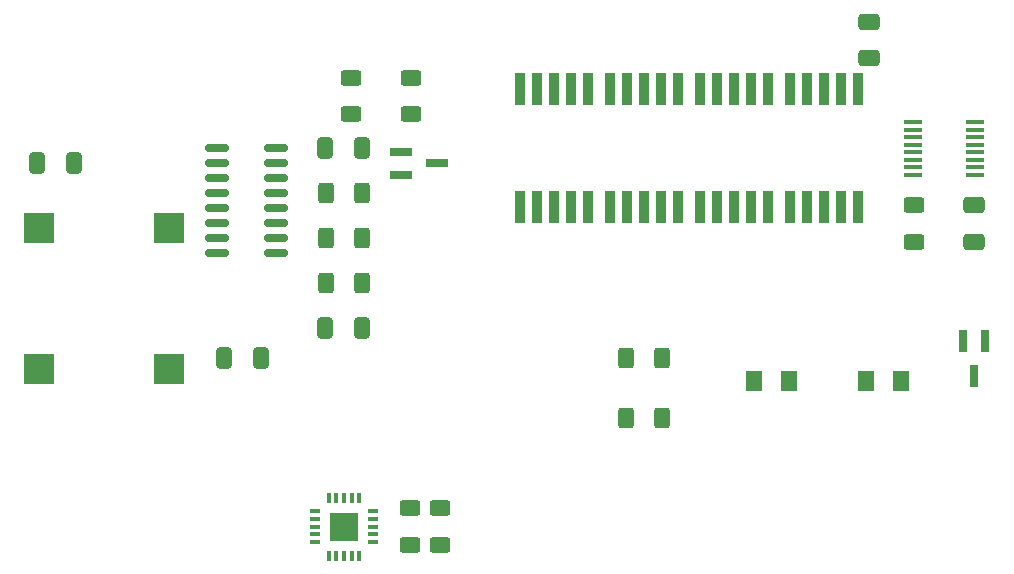
<source format=gbr>
%TF.GenerationSoftware,KiCad,Pcbnew,6.0.4+dfsg-1+b1*%
%TF.CreationDate,2022-04-22T12:30:22-05:00*%
%TF.ProjectId,mqtt-thermocouple,6d717474-2d74-4686-9572-6d6f636f7570,B*%
%TF.SameCoordinates,Original*%
%TF.FileFunction,Paste,Top*%
%TF.FilePolarity,Positive*%
%FSLAX46Y46*%
G04 Gerber Fmt 4.6, Leading zero omitted, Abs format (unit mm)*
G04 Created by KiCad (PCBNEW 6.0.4+dfsg-1+b1) date 2022-04-22 12:30:22*
%MOMM*%
%LPD*%
G01*
G04 APERTURE LIST*
G04 Aperture macros list*
%AMRoundRect*
0 Rectangle with rounded corners*
0 $1 Rounding radius*
0 $2 $3 $4 $5 $6 $7 $8 $9 X,Y pos of 4 corners*
0 Add a 4 corners polygon primitive as box body*
4,1,4,$2,$3,$4,$5,$6,$7,$8,$9,$2,$3,0*
0 Add four circle primitives for the rounded corners*
1,1,$1+$1,$2,$3*
1,1,$1+$1,$4,$5*
1,1,$1+$1,$6,$7*
1,1,$1+$1,$8,$9*
0 Add four rect primitives between the rounded corners*
20,1,$1+$1,$2,$3,$4,$5,0*
20,1,$1+$1,$4,$5,$6,$7,0*
20,1,$1+$1,$6,$7,$8,$9,0*
20,1,$1+$1,$8,$9,$2,$3,0*%
G04 Aperture macros list end*
%ADD10C,0.010000*%
%ADD11R,2.500000X2.500000*%
%ADD12RoundRect,0.249997X-0.412503X-0.650003X0.412503X-0.650003X0.412503X0.650003X-0.412503X0.650003X0*%
%ADD13RoundRect,0.249999X-0.400001X-0.625001X0.400001X-0.625001X0.400001X0.625001X-0.400001X0.625001X0*%
%ADD14RoundRect,0.250000X0.462500X0.625000X-0.462500X0.625000X-0.462500X-0.625000X0.462500X-0.625000X0*%
%ADD15RoundRect,0.150000X-0.825000X-0.150000X0.825000X-0.150000X0.825000X0.150000X-0.825000X0.150000X0*%
%ADD16RoundRect,0.249999X0.400001X0.625001X-0.400001X0.625001X-0.400001X-0.625001X0.400001X-0.625001X0*%
%ADD17RoundRect,0.249999X-0.625001X0.400001X-0.625001X-0.400001X0.625001X-0.400001X0.625001X0.400001X0*%
%ADD18R,1.900000X0.800000*%
%ADD19R,0.800000X1.900000*%
%ADD20R,0.810000X0.320000*%
%ADD21R,0.320000X0.810000*%
%ADD22RoundRect,0.249998X0.650002X-0.412502X0.650002X0.412502X-0.650002X0.412502X-0.650002X-0.412502X0*%
%ADD23RoundRect,0.249998X-0.650002X0.412502X-0.650002X-0.412502X0.650002X-0.412502X0.650002X0.412502X0*%
%ADD24R,0.900000X2.800000*%
%ADD25R,1.600000X0.410000*%
%ADD26RoundRect,0.250000X0.625000X-0.400000X0.625000X0.400000X-0.625000X0.400000X-0.625000X-0.400000X0*%
G04 APERTURE END LIST*
%TO.C,U1*%
G36*
X77350000Y-94130000D02*
G01*
X75050000Y-94130000D01*
X75050000Y-91830000D01*
X77350000Y-91830000D01*
X77350000Y-94130000D01*
G37*
D10*
X77350000Y-94130000D02*
X75050000Y-94130000D01*
X75050000Y-91830000D01*
X77350000Y-91830000D01*
X77350000Y-94130000D01*
%TD*%
D11*
%TO.C,PS1*%
X50380000Y-67660000D03*
X61380000Y-67660000D03*
X61380000Y-79660000D03*
X50380000Y-79660000D03*
%TD*%
D12*
%TO.C,C3*%
X66040000Y-78740000D03*
X69165000Y-78740000D03*
%TD*%
D13*
%TO.C,R1*%
X100050000Y-78740000D03*
X103150000Y-78740000D03*
%TD*%
D12*
%TO.C,C2*%
X50215000Y-62230000D03*
X53340000Y-62230000D03*
%TD*%
D14*
%TO.C,D1*%
X113882500Y-80645000D03*
X110907500Y-80645000D03*
%TD*%
%TO.C,D2*%
X123407500Y-80645000D03*
X120432500Y-80645000D03*
%TD*%
D15*
%TO.C,U2*%
X65470000Y-60960000D03*
X65470000Y-62230000D03*
X65470000Y-63500000D03*
X65470000Y-64770000D03*
X65470000Y-66040000D03*
X65470000Y-67310000D03*
X65470000Y-68580000D03*
X65470000Y-69850000D03*
X70420000Y-69850000D03*
X70420000Y-68580000D03*
X70420000Y-67310000D03*
X70420000Y-66040000D03*
X70420000Y-64770000D03*
X70420000Y-63500000D03*
X70420000Y-62230000D03*
X70420000Y-60960000D03*
%TD*%
D12*
%TO.C,C4*%
X74637500Y-76200000D03*
X77762500Y-76200000D03*
%TD*%
%TO.C,C5*%
X74637500Y-60960000D03*
X77762500Y-60960000D03*
%TD*%
D16*
%TO.C,R5*%
X77750000Y-72390000D03*
X74650000Y-72390000D03*
%TD*%
%TO.C,R6*%
X77750000Y-68580000D03*
X74650000Y-68580000D03*
%TD*%
D17*
%TO.C,R7*%
X81915000Y-54965000D03*
X81915000Y-58065000D03*
%TD*%
%TO.C,R8*%
X76835000Y-54965000D03*
X76835000Y-58065000D03*
%TD*%
D13*
%TO.C,R9*%
X74650000Y-64770000D03*
X77750000Y-64770000D03*
%TD*%
D18*
%TO.C,Q2*%
X81050000Y-61280000D03*
X81050000Y-63180000D03*
X84050000Y-62230000D03*
%TD*%
D19*
%TO.C,Q1*%
X130490000Y-77240000D03*
X128590000Y-77240000D03*
X129540000Y-80240000D03*
%TD*%
D13*
%TO.C,R2*%
X100050000Y-83820000D03*
X103150000Y-83820000D03*
%TD*%
D20*
%TO.C,U1*%
X73750000Y-91680000D03*
X73750000Y-92330000D03*
X73750000Y-92980000D03*
X73750000Y-93630000D03*
X73750000Y-94280000D03*
D21*
X74900000Y-95430000D03*
X75550000Y-95430000D03*
X76200000Y-95430000D03*
X76850000Y-95430000D03*
X77500000Y-95430000D03*
D20*
X78650000Y-94280000D03*
X78650000Y-93630000D03*
X78650000Y-92980000D03*
X78650000Y-92330000D03*
X78650000Y-91680000D03*
D21*
X77500000Y-90530000D03*
X76850000Y-90530000D03*
X76200000Y-90530000D03*
X75550000Y-90530000D03*
X74900000Y-90530000D03*
%TD*%
D22*
%TO.C,C6*%
X120650000Y-53340000D03*
X120650000Y-50215000D03*
%TD*%
D23*
%TO.C,C7*%
X129540000Y-65747500D03*
X129540000Y-68872500D03*
%TD*%
D24*
%TO.C,D4*%
X98720000Y-65960000D03*
X100160000Y-65960000D03*
X101600000Y-65960000D03*
X103040000Y-65960000D03*
X104480000Y-65960000D03*
X104480000Y-55960000D03*
X103040000Y-55960000D03*
X101600000Y-55960000D03*
X100160000Y-55960000D03*
X98720000Y-55960000D03*
%TD*%
%TO.C,D5*%
X106340000Y-65960000D03*
X107780000Y-65960000D03*
X109220000Y-65960000D03*
X110660000Y-65960000D03*
X112100000Y-65960000D03*
X112100000Y-55960000D03*
X110660000Y-55960000D03*
X109220000Y-55960000D03*
X107780000Y-55960000D03*
X106340000Y-55960000D03*
%TD*%
%TO.C,D6*%
X113960000Y-65960000D03*
X115400000Y-65960000D03*
X116840000Y-65960000D03*
X118280000Y-65960000D03*
X119720000Y-65960000D03*
X119720000Y-55960000D03*
X118280000Y-55960000D03*
X116840000Y-55960000D03*
X115400000Y-55960000D03*
X113960000Y-55960000D03*
%TD*%
D17*
%TO.C,R3*%
X124460000Y-65760000D03*
X124460000Y-68860000D03*
%TD*%
D25*
%TO.C,U3*%
X124345700Y-58737500D03*
X124345700Y-59372500D03*
X124345700Y-60007500D03*
X124345700Y-60642500D03*
X124345700Y-61277500D03*
X124345700Y-61912500D03*
X124345700Y-62547500D03*
X124345700Y-63182500D03*
X129654300Y-63182500D03*
X129654300Y-62547500D03*
X129654300Y-61912500D03*
X129654300Y-61277500D03*
X129654300Y-60642500D03*
X129654300Y-60007500D03*
X129654300Y-59372500D03*
X129654300Y-58737500D03*
%TD*%
D24*
%TO.C,D3*%
X91100000Y-65960000D03*
X92540000Y-65960000D03*
X93980000Y-65960000D03*
X95420000Y-65960000D03*
X96860000Y-65960000D03*
X96860000Y-55960000D03*
X95420000Y-55960000D03*
X93980000Y-55960000D03*
X92540000Y-55960000D03*
X91100000Y-55960000D03*
%TD*%
D26*
%TO.C,R10*%
X84328000Y-94514000D03*
X84328000Y-91414000D03*
%TD*%
%TO.C,R4*%
X81788000Y-94514000D03*
X81788000Y-91414000D03*
%TD*%
M02*

</source>
